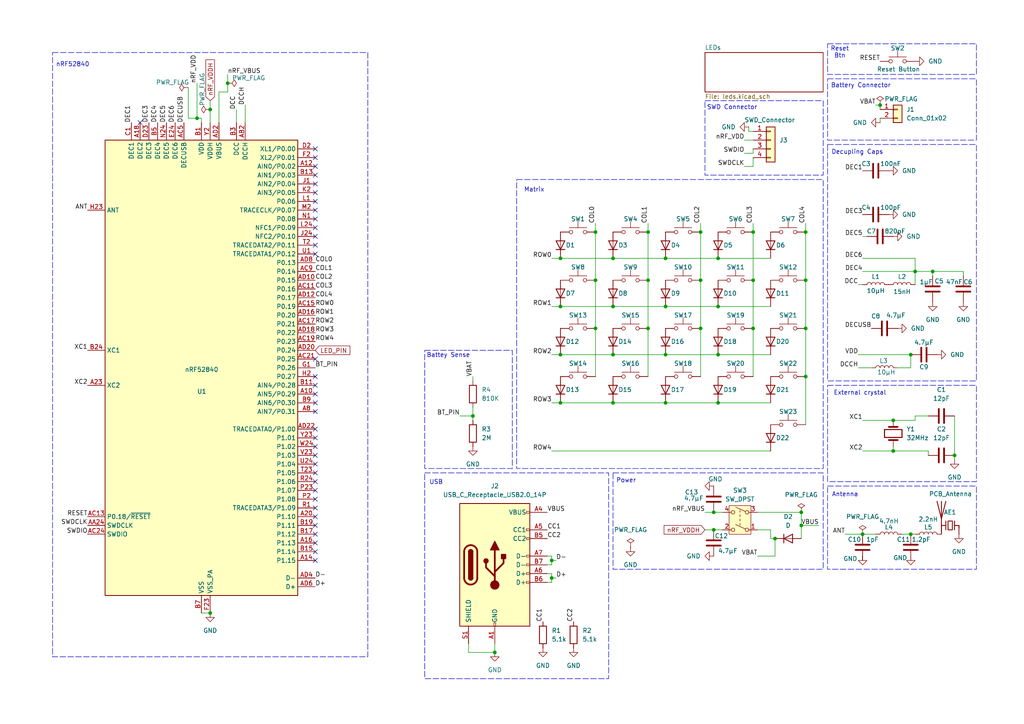
<source format=kicad_sch>
(kicad_sch (version 20231120) (generator "eeschema") (generator_version "8.0")
  (paper "A4")
  (lib_symbols
    (symbol "Connector:USB_C_Receptacle_USB2.0_14P" (pin_names (offset 1.016))
      (property "Reference" "J" (at 0 22.225 0))
      (property "Value" "USB_C_Receptacle_USB2.0_14P" (at 0 19.685 0))
      (symbol "USB_C_Receptacle_USB2.0_14P_1_1"
        (pin passive line (at 0 -22.86 90) (length 5.08) (name "GND") (number "A1"))
        (pin passive line (at 0 -22.86 90) (length 5.08) hide (name "GND") (number "A12"))
        (pin passive line (at 15.24 15.24 180) (length 5.08) (name "VBUS") (number "A4"))
        (pin bidirectional line (at 15.24 10.16 180) (length 5.08) (name "CC1") (number "A5"))
        (pin bidirectional line (at 15.24 -2.54 180) (length 5.08) (name "D+") (number "A6"))
        (pin bidirectional line (at 15.24 2.54 180) (length 5.08) (name "D-") (number "A7"))
        (pin passive line (at 15.24 15.24 180) (length 5.08) hide (name "VBUS") (number "A9"))
        (pin passive line (at 0 -22.86 90) (length 5.08) hide (name "GND") (number "B1"))
        (pin passive line (at 0 -22.86 90) (length 5.08) hide (name "GND") (number "B12"))
        (pin passive line (at 15.24 15.24 180) (length 5.08) hide (name "VBUS") (number "B4"))
        (pin bidirectional line (at 15.24 7.62 180) (length 5.08) (name "CC2") (number "B5"))
        (pin bidirectional line (at 15.24 -5.08 180) (length 5.08) (name "D+") (number "B6"))
        (pin bidirectional line (at 15.24 0 180) (length 5.08) (name "D-") (number "B7"))
        (pin passive line (at 15.24 15.24 180) (length 5.08) hide (name "VBUS") (number "B9"))
        (pin passive line (at -7.62 -22.86 90) (length 5.08) (name "SHIELD") (number "S1"))
      )
    )
    (symbol "Connector_Generic:Conn_01x02" (pin_names (offset 1.016) hide)
      (property "Reference" "J" (at 0 2.54 0))
      (property "Value" "Conn_01x02" (at 0 -5.08 0))
      (symbol "Conn_01x02_1_1"
        (pin passive line (at -5.08 0 0) (length 3.81) (name "Pin_1") (number "1"))
        (pin passive line (at -5.08 -2.54 0) (length 3.81) (name "Pin_2") (number "2"))
      )
    )
    (symbol "Connector_Generic:Conn_01x04" (pin_names (offset 1.016) hide)
      (property "Reference" "J" (at 0 5.08 0))
      (property "Value" "Conn_01x04" (at 0 -7.62 0))
      (symbol "Conn_01x04_1_1"
        (pin passive line (at -5.08 2.54 0) (length 3.81) (name "Pin_1") (number "1"))
        (pin passive line (at -5.08 0 0) (length 3.81) (name "Pin_2") (number "2"))
        (pin passive line (at -5.08 -2.54 0) (length 3.81) (name "Pin_3") (number "3"))
        (pin passive line (at -5.08 -5.08 0) (length 3.81) (name "Pin_4") (number "4"))
      )
    )
    (symbol "Device:Antenna_Chip" (pin_numbers hide) (pin_names (offset 1.016) hide)
      (property "Reference" "AE" (at 0 5.08 0))
      (property "Value" "Antenna_Chip" (at 0 3.175 0))
      (symbol "Antenna_Chip_1_1"
        (pin input line (at -2.54 -2.54 90) (length 2.54) (name "FEED") (number "1"))
        (pin passive line (at 2.54 -2.54 90) (length 2.54) (name "PCB_Trace") (number "2"))
      )
    )
    (symbol "Device:C" (pin_numbers hide) (pin_names (offset 0.254))
      (property "Reference" "C" (at 0.635 2.54 0))
      (property "Value" "C" (at 0.635 -2.54 0))
      (symbol "C_1_1"
        (pin passive line (at 0 3.81 270) (length 2.794) (name "~") (number "1"))
        (pin passive line (at 0 -3.81 90) (length 2.794) (name "~") (number "2"))
      )
    )
    (symbol "Device:Crystal" (pin_numbers hide) (pin_names (offset 1.016) hide)
      (property "Reference" "Y" (at 0 3.81 0))
      (property "Value" "Crystal" (at 0 -3.81 0))
      (symbol "Crystal_1_1"
        (pin passive line (at -3.81 0 0) (length 1.27) (name "1") (number "1"))
        (pin passive line (at 3.81 0 180) (length 1.27) (name "2") (number "2"))
      )
    )
    (symbol "Device:D" (pin_numbers hide) (pin_names (offset 1.016) hide)
      (property "Reference" "D" (at 0 2.54 0))
      (property "Value" "D" (at 0 -2.54 0))
      (symbol "D_1_1"
        (pin passive line (at -3.81 0 0) (length 2.54) (name "K") (number "1"))
        (pin passive line (at 3.81 0 180) (length 2.54) (name "A") (number "2"))
      )
    )
    (symbol "Device:L" (pin_numbers hide) (pin_names (offset 1.016) hide)
      (property "Reference" "L" (at -1.27 0 90))
      (property "Value" "L" (at 1.905 0 90))
      (symbol "L_1_1"
        (pin passive line (at 0 3.81 270) (length 1.27) (name "1") (number "1"))
        (pin passive line (at 0 -3.81 90) (length 1.27) (name "2") (number "2"))
      )
    )
    (symbol "Device:R" (pin_numbers hide) (pin_names (offset 0))
      (property "Reference" "R" (at 2.032 0 90))
      (property "Value" "R" (at 0 0 90))
      (symbol "R_1_1"
        (pin passive line (at 0 3.81 270) (length 1.27) (name "~") (number "1"))
        (pin passive line (at 0 -3.81 90) (length 1.27) (name "~") (number "2"))
      )
    )
    (symbol "MCU_Nordic:nRF52840"
      (property "Reference" "U" (at 0 5.08 0))
      (property "Value" "nRF52840" (at 0 2.54 0))
      (symbol "nRF52840_1_1"
        (pin bidirectional line (at 33.02 -7.62 180) (length 5.08) (name "AIN5/P0.29") (number "A10"))
        (pin bidirectional line (at 33.02 58.42 180) (length 5.08) (name "AIN0/P0.02") (number "A12"))
        (pin bidirectional line (at 33.02 -55.88 180) (length 5.08) (name "P1.15") (number "A14"))
        (pin bidirectional line (at 33.02 -50.8 180) (length 5.08) (name "P1.13") (number "A16"))
        (pin passive line (at -17.78 71.12 270) (length 5.08) (name "DEC2") (number "A18"))
        (pin bidirectional line (at 33.02 -43.18 180) (length 5.08) (name "P1.10") (number "A20"))
        (pin passive line (at 0 71.12 270) (length 5.08) hide (name "VDD") (number "A22"))
        (pin input line (at -33.02 -5.08 0) (length 5.08) (name "XC2") (number "A23"))
        (pin bidirectional line (at 33.02 -12.7 180) (length 5.08) (name "AIN7/P0.31") (number "A8"))
        (pin input line (at -33.02 -45.72 0) (length 5.08) (name "SWDCLK") (number "AA24"))
        (pin power_out line (at 12.7 71.12 270) (length 5.08) (name "DCCH") (number "AB2"))
        (pin bidirectional line (at 33.02 22.86 180) (length 5.08) (name "P0.16") (number "AC11"))
        (pin bidirectional line (at -33.02 -43.18 0) (length 5.08) (name "P0.18/~{RESET}") (number "AC13"))
        (pin bidirectional line (at 33.02 17.78 180) (length 5.08) (name "P0.19") (number "AC15"))
        (pin bidirectional line (at 33.02 12.7 180) (length 5.08) (name "P0.21") (number "AC17"))
        (pin bidirectional line (at 33.02 7.62 180) (length 5.08) (name "P0.23") (number "AC19"))
        (pin bidirectional line (at 33.02 2.54 180) (length 5.08) (name "P0.25") (number "AC21"))
        (pin bidirectional line (at -33.02 -48.26 0) (length 5.08) (name "SWDIO") (number "AC24"))
        (pin passive line (at -5.08 71.12 270) (length 5.08) (name "DECUSB") (number "AC5"))
        (pin bidirectional line (at 33.02 27.94 180) (length 5.08) (name "P0.14") (number "AC9"))
        (pin bidirectional line (at 33.02 25.4 180) (length 5.08) (name "P0.15") (number "AD10"))
        (pin bidirectional line (at 33.02 20.32 180) (length 5.08) (name "P0.17") (number "AD12"))
        (pin passive line (at 0 71.12 270) (length 5.08) hide (name "VDD") (number "AD14"))
        (pin bidirectional line (at 33.02 15.24 180) (length 5.08) (name "P0.20") (number "AD16"))
        (pin bidirectional line (at 33.02 10.16 180) (length 5.08) (name "P0.22") (number "AD18"))
        (pin power_in line (at 5.08 71.12 270) (length 5.08) (name "VBUS") (number "AD2"))
        (pin bidirectional line (at 33.02 5.08 180) (length 5.08) (name "P0.24") (number "AD20"))
        (pin bidirectional line (at 33.02 -17.78 180) (length 5.08) (name "TRACEDATA0/P1.00") (number "AD22"))
        (pin passive line (at 0 71.12 270) (length 5.08) hide (name "VDD") (number "AD23"))
        (pin bidirectional line (at 33.02 -60.96 180) (length 5.08) (name "D-") (number "AD4"))
        (pin bidirectional line (at 33.02 -63.5 180) (length 5.08) (name "D+") (number "AD6"))
        (pin bidirectional line (at 33.02 30.48 180) (length 5.08) (name "P0.13") (number "AD8"))
        (pin power_in line (at 0 71.12 270) (length 5.08) (name "VDD") (number "B1"))
        (pin bidirectional line (at 33.02 -5.08 180) (length 5.08) (name "AIN4/P0.28") (number "B11"))
        (pin bidirectional line (at 33.02 55.88 180) (length 5.08) (name "AIN1/P0.03") (number "B13"))
        (pin bidirectional line (at 33.02 -53.34 180) (length 5.08) (name "P1.14") (number "B15"))
        (pin bidirectional line (at 33.02 -48.26 180) (length 5.08) (name "P1.12") (number "B17"))
        (pin bidirectional line (at 33.02 -45.72 180) (length 5.08) (name "P1.11") (number "B19"))
        (pin input line (at -33.02 5.08 0) (length 5.08) (name "XC1") (number "B24"))
        (pin power_out line (at 10.16 71.12 270) (length 5.08) (name "DCC") (number "B3"))
        (pin passive line (at -12.7 71.12 270) (length 5.08) (name "DEC4") (number "B5"))
        (pin power_in line (at 0 -71.12 90) (length 5.08) (name "VSS") (number "B7"))
        (pin bidirectional line (at 33.02 -10.16 180) (length 5.08) (name "AIN6/P0.30") (number "B9"))
        (pin passive line (at -20.32 71.12 270) (length 5.08) (name "DEC1") (number "C1"))
        (pin bidirectional line (at 33.02 63.5 180) (length 5.08) (name "XL1/P0.00") (number "D2"))
        (pin passive line (at -15.24 71.12 270) (length 5.08) (name "DEC3") (number "D23"))
        (pin passive line (at -7.62 71.12 270) (length 5.08) (name "DEC6") (number "E24"))
        (pin passive line (at 0 -71.12 90) (length 5.08) hide (name "VSS") (number "EP"))
        (pin bidirectional line (at 33.02 60.96 180) (length 5.08) (name "XL2/P0.01") (number "F2"))
        (pin power_in line (at 2.54 -71.12 90) (length 5.08) (name "VSS_PA") (number "F23"))
        (pin bidirectional line (at 33.02 0 180) (length 5.08) (name "P0.26") (number "G1"))
        (pin bidirectional line (at 33.02 -2.54 180) (length 5.08) (name "P0.27") (number "H2"))
        (pin passive line (at -33.02 45.72 0) (length 5.08) (name "ANT") (number "H23"))
        (pin bidirectional line (at 33.02 53.34 180) (length 5.08) (name "AIN2/P0.04") (number "J1"))
        (pin bidirectional line (at 33.02 38.1 180) (length 5.08) (name "NFC2/P0.10") (number "J24"))
        (pin bidirectional line (at 33.02 50.8 180) (length 5.08) (name "AIN3/P0.05") (number "K2"))
        (pin bidirectional line (at 33.02 48.26 180) (length 5.08) (name "P0.06") (number "L1"))
        (pin bidirectional line (at 33.02 40.64 180) (length 5.08) (name "NFC1/P0.09") (number "L24"))
        (pin bidirectional line (at 33.02 45.72 180) (length 5.08) (name "TRACECLK/P0.07") (number "M2"))
        (pin bidirectional line (at 33.02 43.18 180) (length 5.08) (name "P0.08") (number "N1"))
        (pin passive line (at -10.16 71.12 270) (length 5.08) (name "DEC5") (number "N24"))
        (pin bidirectional line (at 33.02 -38.1 180) (length 5.08) (name "P1.08") (number "P2"))
        (pin bidirectional line (at 33.02 -35.56 180) (length 5.08) (name "P1.07") (number "P23"))
        (pin bidirectional line (at 33.02 -40.64 180) (length 5.08) (name "TRACEDATA3/P1.09") (number "R1"))
        (pin bidirectional line (at 33.02 -33.02 180) (length 5.08) (name "P1.06") (number "R24"))
        (pin bidirectional line (at 33.02 35.56 180) (length 5.08) (name "TRACEDATA2/P0.11") (number "T2"))
        (pin bidirectional line (at 33.02 -30.48 180) (length 5.08) (name "P1.05") (number "T23"))
        (pin bidirectional line (at 33.02 33.02 180) (length 5.08) (name "TRACEDATA1/P0.12") (number "U1"))
        (pin bidirectional line (at 33.02 -27.94 180) (length 5.08) (name "P1.04") (number "U24"))
        (pin bidirectional line (at 33.02 -25.4 180) (length 5.08) (name "P1.03") (number "V23"))
        (pin passive line (at 0 71.12 270) (length 5.08) hide (name "VDD") (number "W1"))
        (pin bidirectional line (at 33.02 -22.86 180) (length 5.08) (name "P1.02") (number "W24"))
        (pin power_in line (at 2.54 71.12 270) (length 5.08) (name "VDDH") (number "Y2"))
        (pin bidirectional line (at 33.02 -20.32 180) (length 5.08) (name "P1.01") (number "Y23"))
      )
    )
    (symbol "Switch:SW_DPST" (pin_names (offset 0) hide)
      (property "Reference" "SW" (at 0 6.35 0))
      (property "Value" "SW_DPST" (at 0 -5.08 0))
      (symbol "SW_DPST_1_1"
        (pin passive line (at -5.08 -2.54 0) (length 2.54) (name "1") (number "1"))
        (pin passive line (at 5.08 -2.54 180) (length 2.54) (name "2") (number "2"))
        (pin passive line (at -5.08 2.54 0) (length 2.54) (name "3") (number "3"))
        (pin passive line (at 5.08 2.54 180) (length 2.54) (name "4") (number "4"))
      )
    )
    (symbol "Switch:SW_Push" (pin_numbers hide) (pin_names (offset 1.016) hide)
      (property "Reference" "SW" (at 1.27 2.54 0))
      (property "Value" "SW_Push" (at 0 -1.524 0))
      (symbol "SW_Push_0_1"
        (pin passive line (at -5.08 0 0) (length 2.54) (name "1") (number "1"))
        (pin passive line (at 5.08 0 180) (length 2.54) (name "2") (number "2"))
      )
    )
    (symbol "power:GND" (power) (pin_numbers hide) (pin_names (offset 0) hide)
      (property "Value" "GND" (at 0 -3.81 0))
      (symbol "GND_1_1"
        (pin power_in line (at 0 0 270) (length 0) (name "~") (number "1"))
      )
    )
    (symbol "power:PWR_FLAG" (power) (pin_numbers hide) (pin_names (offset 0) hide)
      (property "Value" "PWR_FLAG" (at 0 3.81 0))
      (symbol "PWR_FLAG_0_0"
        (pin power_out line (at 0 0 90) (length 0) (name "~") (number "1"))
      )
    )
  )
  (junction (at 193.04 88.9))
  (junction (at 233.68 67.31))
  (junction (at 232.41 148.59))
  (junction (at 276.86 132.08))
  (junction (at 203.2 67.31))
  (junction (at 208.28 74.93))
  (junction (at 172.72 95.25))
  (junction (at 265.43 78.74))
  (junction (at 57.15 34.29))
  (junction (at 177.8 102.87))
  (junction (at 250.19 154.94))
  (junction (at 207.01 148.59))
  (junction (at 160.02 167.64))
  (junction (at 177.8 74.93))
  (junction (at 208.28 116.84))
  (junction (at 270.51 78.74))
  (junction (at 264.16 102.87))
  (junction (at 187.96 95.25))
  (junction (at 208.28 102.87))
  (junction (at 60.96 177.8))
  (junction (at 264.16 154.94))
  (junction (at 177.8 116.84))
  (junction (at 232.41 152.4))
  (junction (at 233.68 109.22))
  (junction (at 177.8 88.9))
  (junction (at 162.56 116.84))
  (junction (at 233.68 95.25))
  (junction (at 193.04 74.93))
  (junction (at 259.08 121.92))
  (junction (at 162.56 102.87))
  (junction (at 207.01 153.67))
  (junction (at 187.96 67.31))
  (junction (at 187.96 81.28))
  (junction (at 143.51 189.23))
  (junction (at 137.16 120.65))
  (junction (at 193.04 102.87))
  (junction (at 203.2 95.25))
  (junction (at 218.44 67.31))
  (junction (at 172.72 67.31))
  (junction (at 162.56 74.93))
  (junction (at 218.44 95.25))
  (junction (at 66.04 24.13))
  (junction (at 193.04 116.84))
  (junction (at 224.79 156.21))
  (junction (at 208.28 88.9))
  (junction (at 60.96 31.75))
  (junction (at 218.44 81.28))
  (junction (at 160.02 162.56))
  (junction (at 259.08 130.81))
  (junction (at 233.68 81.28))
  (junction (at 162.56 88.9))
  (junction (at 172.72 81.28))
  (junction (at 255.27 30.48))
  (junction (at 203.2 81.28))
  (no_connect (at 91.44 53.34))
  (no_connect (at 91.44 160.02))
  (no_connect (at 91.44 152.4))
  (no_connect (at 91.44 73.66))
  (no_connect (at 91.44 116.84))
  (no_connect (at 91.44 68.58))
  (no_connect (at 91.44 127))
  (no_connect (at 91.44 157.48))
  (no_connect (at 91.44 124.46))
  (no_connect (at 91.44 58.42))
  (no_connect (at 91.44 139.7))
  (no_connect (at 91.44 111.76))
  (no_connect (at 91.44 104.14))
  (no_connect (at 91.44 109.22))
  (no_connect (at 91.44 71.12))
  (no_connect (at 91.44 114.3))
  (no_connect (at 91.44 55.88))
  (no_connect (at 91.44 50.8))
  (no_connect (at 91.44 132.08))
  (no_connect (at 91.44 154.94))
  (no_connect (at 91.44 48.26))
  (no_connect (at 91.44 134.62))
  (no_connect (at 91.44 45.72))
  (no_connect (at 91.44 142.24))
  (no_connect (at 91.44 129.54))
  (no_connect (at 91.44 119.38))
  (no_connect (at 91.44 60.96))
  (no_connect (at 40.64 35.56))
  (no_connect (at 91.44 43.18))
  (no_connect (at 91.44 144.78))
  (no_connect (at 91.44 137.16))
  (no_connect (at 91.44 66.04))
  (no_connect (at 91.44 162.56))
  (no_connect (at 91.44 149.86))
  (no_connect (at 91.44 63.5))
  (no_connect (at 91.44 147.32))
  (wire (pts (xy 135.89 186.69) (xy 135.89 189.23)))
  (wire (pts (xy 237.49 152.4) (xy 232.41 152.4)))
  (wire (pts (xy 172.72 67.31) (xy 172.72 81.28)))
  (wire (pts (xy 172.72 81.28) (xy 172.72 95.25)))
  (wire (pts (xy 261.62 154.94) (xy 264.16 154.94)))
  (wire (pts (xy 248.92 102.87) (xy 264.16 102.87)))
  (wire (pts (xy 264.16 102.87) (xy 264.16 106.68)))
  (wire (pts (xy 218.44 44.45) (xy 218.44 43.18)))
  (wire (pts (xy 265.43 120.65) (xy 265.43 121.92)))
  (wire (pts (xy 224.79 161.29) (xy 224.79 156.21)))
  (wire (pts (xy 223.52 153.67) (xy 219.71 153.67)))
  (wire (pts (xy 143.51 186.69) (xy 143.51 189.23)))
  (wire (pts (xy 161.29 162.56) (xy 160.02 162.56)))
  (wire (pts (xy 203.2 67.31) (xy 203.2 81.28)))
  (wire (pts (xy 270.51 78.74) (xy 270.51 80.01)))
  (wire (pts (xy 204.47 148.59) (xy 207.01 148.59)))
  (wire (pts (xy 193.04 88.9) (xy 208.28 88.9)))
  (wire (pts (xy 233.68 67.31) (xy 233.68 81.28)))
  (wire (pts (xy 177.8 88.9) (xy 193.04 88.9)))
  (wire (pts (xy 218.44 95.25) (xy 218.44 109.22)))
  (wire (pts (xy 217.17 36.83) (xy 217.17 38.1)))
  (wire (pts (xy 203.2 64.77) (xy 203.2 67.31)))
  (wire (pts (xy 172.72 64.77) (xy 172.72 67.31)))
  (wire (pts (xy 158.75 161.29) (xy 160.02 161.29)))
  (wire (pts (xy 215.9 48.26) (xy 218.44 48.26)))
  (wire (pts (xy 233.68 64.77) (xy 233.68 67.31)))
  (wire (pts (xy 208.28 116.84) (xy 223.52 116.84)))
  (wire (pts (xy 162.56 74.93) (xy 177.8 74.93)))
  (wire (pts (xy 193.04 116.84) (xy 208.28 116.84)))
  (wire (pts (xy 58.42 177.8) (xy 60.96 177.8)))
  (wire (pts (xy 219.71 161.29) (xy 224.79 161.29)))
  (wire (pts (xy 160.02 162.56) (xy 160.02 163.83)))
  (wire (pts (xy 279.4 80.01) (xy 279.4 78.74)))
  (wire (pts (xy 218.44 48.26) (xy 218.44 45.72)))
  (wire (pts (xy 133.35 120.65) (xy 137.16 120.65)))
  (wire (pts (xy 207.01 153.67) (xy 209.55 153.67)))
  (wire (pts (xy 193.04 74.93) (xy 208.28 74.93)))
  (wire (pts (xy 248.92 106.68) (xy 252.73 106.68)))
  (wire (pts (xy 233.68 109.22) (xy 233.68 123.19)))
  (wire (pts (xy 265.43 78.74) (xy 265.43 74.93)))
  (wire (pts (xy 54.61 34.29) (xy 57.15 34.29)))
  (wire (pts (xy 265.43 78.74) (xy 265.43 82.55)))
  (wire (pts (xy 160.02 116.84) (xy 162.56 116.84)))
  (wire (pts (xy 251.46 68.58) (xy 250.19 68.58)))
  (wire (pts (xy 54.61 25.4) (xy 54.61 34.29)))
  (wire (pts (xy 137.16 109.22) (xy 137.16 110.49)))
  (wire (pts (xy 160.02 88.9) (xy 162.56 88.9)))
  (wire (pts (xy 233.68 81.28) (xy 233.68 95.25)))
  (wire (pts (xy 217.17 38.1) (xy 218.44 38.1)))
  (wire (pts (xy 250.19 130.81) (xy 259.08 130.81)))
  (wire (pts (xy 254 30.48) (xy 255.27 30.48)))
  (wire (pts (xy 208.28 102.87) (xy 223.52 102.87)))
  (wire (pts (xy 264.16 106.68) (xy 260.35 106.68)))
  (wire (pts (xy 265.43 78.74) (xy 270.51 78.74)))
  (wire (pts (xy 158.75 168.91) (xy 160.02 168.91)))
  (wire (pts (xy 71.12 30.48) (xy 71.12 35.56)))
  (wire (pts (xy 187.96 81.28) (xy 187.96 95.25)))
  (wire (pts (xy 187.96 64.77) (xy 187.96 67.31)))
  (wire (pts (xy 232.41 152.4) (xy 232.41 156.21)))
  (wire (pts (xy 218.44 67.31) (xy 218.44 81.28)))
  (wire (pts (xy 204.47 153.67) (xy 207.01 153.67)))
  (wire (pts (xy 135.89 189.23) (xy 143.51 189.23)))
  (wire (pts (xy 215.9 40.64) (xy 218.44 40.64)))
  (wire (pts (xy 137.16 120.65) (xy 137.16 121.92)))
  (wire (pts (xy 57.15 24.13) (xy 57.15 34.29)))
  (wire (pts (xy 137.16 118.11) (xy 137.16 120.65)))
  (wire (pts (xy 66.04 24.13) (xy 66.04 26.67)))
  (wire (pts (xy 66.04 26.67) (xy 63.5 26.67)))
  (wire (pts (xy 203.2 95.25) (xy 203.2 109.22)))
  (wire (pts (xy 265.43 121.92) (xy 259.08 121.92)))
  (wire (pts (xy 160.02 166.37) (xy 160.02 167.64)))
  (wire (pts (xy 172.72 95.25) (xy 172.72 109.22)))
  (wire (pts (xy 160.02 74.93) (xy 162.56 74.93)))
  (wire (pts (xy 223.52 156.21) (xy 224.79 156.21)))
  (wire (pts (xy 203.2 81.28) (xy 203.2 95.25)))
  (wire (pts (xy 60.96 29.21) (xy 60.96 31.75)))
  (wire (pts (xy 264.16 154.94) (xy 265.43 154.94)))
  (wire (pts (xy 60.96 31.75) (xy 60.96 35.56)))
  (wire (pts (xy 255.27 30.48) (xy 255.27 31.75)))
  (wire (pts (xy 187.96 95.25) (xy 187.96 109.22)))
  (wire (pts (xy 187.96 67.31) (xy 187.96 81.28)))
  (wire (pts (xy 208.28 88.9) (xy 223.52 88.9)))
  (wire (pts (xy 162.56 88.9) (xy 177.8 88.9)))
  (wire (pts (xy 223.52 156.21) (xy 223.52 153.67)))
  (wire (pts (xy 269.24 130.81) (xy 269.24 132.08)))
  (wire (pts (xy 177.8 74.93) (xy 193.04 74.93)))
  (wire (pts (xy 250.19 78.74) (xy 265.43 78.74)))
  (wire (pts (xy 232.41 148.59) (xy 219.71 148.59)))
  (wire (pts (xy 250.19 121.92) (xy 259.08 121.92)))
  (wire (pts (xy 160.02 167.64) (xy 161.29 167.64)))
  (wire (pts (xy 276.86 132.08) (xy 276.86 133.35)))
  (wire (pts (xy 248.92 82.55) (xy 250.19 82.55)))
  (wire (pts (xy 264.16 162.56) (xy 264.16 161.29)))
  (wire (pts (xy 160.02 163.83) (xy 158.75 163.83)))
  (wire (pts (xy 160.02 167.64) (xy 160.02 168.91)))
  (wire (pts (xy 177.8 116.84) (xy 193.04 116.84)))
  (wire (pts (xy 255.27 35.56) (xy 255.27 34.29)))
  (wire (pts (xy 162.56 102.87) (xy 177.8 102.87)))
  (wire (pts (xy 265.43 74.93) (xy 250.19 74.93)))
  (wire (pts (xy 276.86 120.65) (xy 276.86 132.08)))
  (wire (pts (xy 207.01 148.59) (xy 209.55 148.59)))
  (wire (pts (xy 162.56 116.84) (xy 177.8 116.84)))
  (wire (pts (xy 160.02 130.81) (xy 223.52 130.81)))
  (wire (pts (xy 63.5 26.67) (xy 63.5 35.56)))
  (wire (pts (xy 57.15 34.29) (xy 58.42 34.29)))
  (wire (pts (xy 193.04 102.87) (xy 208.28 102.87)))
  (wire (pts (xy 58.42 34.29) (xy 58.42 35.56)))
  (wire (pts (xy 245.11 154.94) (xy 250.19 154.94)))
  (wire (pts (xy 233.68 95.25) (xy 233.68 109.22)))
  (wire (pts (xy 250.19 162.56) (xy 250.19 161.29)))
  (wire (pts (xy 160.02 161.29) (xy 160.02 162.56)))
  (wire (pts (xy 68.58 31.75) (xy 68.58 35.56)))
  (wire (pts (xy 66.04 21.59) (xy 66.04 24.13)))
  (wire (pts (xy 259.08 130.81) (xy 269.24 130.81)))
  (wire (pts (xy 218.44 64.77) (xy 218.44 67.31)))
  (wire (pts (xy 208.28 74.93) (xy 223.52 74.93)))
  (wire (pts (xy 265.43 120.65) (xy 269.24 120.65)))
  (wire (pts (xy 218.44 81.28) (xy 218.44 95.25)))
  (wire (pts (xy 215.9 44.45) (xy 218.44 44.45)))
  (wire (pts (xy 254 154.94) (xy 250.19 154.94)))
  (wire (pts (xy 158.75 166.37) (xy 160.02 166.37)))
  (wire (pts (xy 177.8 102.87) (xy 193.04 102.87)))
  (wire (pts (xy 270.51 78.74) (xy 279.4 78.74)))
  (wire (pts (xy 232.41 148.59) (xy 232.41 152.4)))
  (wire (pts (xy 160.02 102.87) (xy 162.56 102.87)))
  (wire (pts (xy 259.08 129.54) (xy 259.08 130.81)))
  (rectangle (start 177.8 137.16) (end 238.76 165.1) (stroke (width 0) (type dash)))
  (rectangle (start 240.03 111.76) (end 283.21 139.7) (stroke (width 0) (type dash)))
  (rectangle (start 240.03 41.91) (end 283.21 110.49) (stroke (width 0) (type dash)))
  (rectangle (start 240.03 12.7) (end 283.21 21.59) (stroke (width 0) (type dash)))
  (rectangle (start 123.19 101.6) (end 148.59 135.89) (stroke (width 0) (type dash)))
  (rectangle (start 15.24 15.24) (end 106.68 190.5) (stroke (width 0) (type dash)))
  (rectangle (start 240.03 140.97) (end 283.21 165.1) (stroke (width 0) (type dash)))
  (rectangle (start 123.19 137.16) (end 176.53 196.85) (stroke (width 0) (type dash)))
  (rectangle (start 149.86 52.07) (end 238.76 135.89) (stroke (width 0) (type dash)))
  (rectangle (start 240.03 22.86) (end 283.21 40.64) (stroke (width 0) (type dash)))
  (rectangle (start 204.47 29.21) (end 238.76 50.8) (stroke (width 0) (type dash)))
  (text "Antenna\n\n" (at 245.11 144.526 0) (effects (font (size 1.27 1.27))))
  (text "Battery Connector\n" (at 249.682 24.892 0) (effects (font (size 1.27 1.27))))
  (text "Battey Sense\n" (at 130.048 103.124 0) (effects (font (size 1.27 1.27))))
  (text "Reset\nBtn" (at 243.586 15.24 0) (effects (font (size 1.27 1.27))))
  (text "Matrix\n" (at 154.94 55.118 0) (effects (font (size 1.27 1.27))))
  (text "USB\n" (at 126.492 139.954 0) (effects (font (size 1.27 1.27))))
  (text "Decupling Caps" (at 248.666 44.196 0) (effects (font (size 1.27 1.27))))
  (text "SWD Connector\n" (at 212.344 31.242 0) (effects (font (size 1.27 1.27))))
  (text "Power\n" (at 181.61 139.446 0) (effects (font (size 1.27 1.27))))
  (text "nRF52840\n" (at 21.082 18.796 0) (effects (font (size 1.27 1.27))))
  (text "External crystal\n" (at 249.428 114.046 0) (effects (font (size 1.27 1.27))))
  (label "COL1" (at 187.96 64.77 90))
  (label "DEC4" (at 250.19 78.74 180))
  (label "COL3" (at 91.44 83.82 0))
  (label "VDD" (at 248.92 102.87 180))
  (label "D-" (at 161.29 162.56 0))
  (label "DCCH" (at 71.12 30.48 90))
  (label "D-" (at 91.44 167.64 0))
  (label "DEC5" (at 250.19 68.58 180))
  (label "ANT" (at 245.11 154.94 180))
  (label "nRF_VBUS" (at 204.47 148.59 180))
  (label "COL2" (at 91.44 81.28 0))
  (label "DEC3" (at 250.19 62.23 180))
  (label "ROW4" (at 160.02 130.81 180))
  (label "COL4" (at 91.44 86.36 0))
  (label "DCC" (at 248.92 82.55 180))
  (label "nRF_VDD" (at 215.9 40.64 180))
  (label "DEC4" (at 45.72 35.56 90))
  (label "ROW0" (at 160.02 74.93 180))
  (label "DECUSB" (at 252.73 95.25 180))
  (label "COL2" (at 203.2 64.77 90))
  (label "ROW2" (at 160.02 102.87 180))
  (label "ROW3" (at 91.44 96.52 0))
  (label "SWDCLK" (at 25.4 152.4 180))
  (label "DCCH" (at 248.92 106.68 180))
  (label "BT_PIN" (at 133.35 120.65 180))
  (label "CC2" (at 158.75 156.21 0))
  (label "VBUS" (at 237.49 152.4 180))
  (label "ROW4" (at 91.44 99.06 0))
  (label "nRF_VBUS" (at 66.04 21.59 0))
  (label "ROW0" (at 91.44 88.9 0))
  (label "COL1" (at 91.44 78.74 0))
  (label "CC1" (at 158.75 153.67 0))
  (label "COL0" (at 172.72 64.77 90))
  (label "SWDIO" (at 25.4 154.94 180))
  (label "DECUSB" (at 53.34 35.56 90))
  (label "DEC5" (at 48.26 35.56 90))
  (label "DEC6" (at 250.19 74.93 180))
  (label "DEC1" (at 250.19 49.53 180))
  (label "XC1" (at 25.4 101.6 180))
  (label "CC2" (at 166.37 180.34 90))
  (label "nRF_VDD" (at 57.15 24.13 90))
  (label "DEC6" (at 50.8 35.56 90))
  (label "ROW1" (at 160.02 88.9 180))
  (label "ROW1" (at 91.44 91.44 0))
  (label "ROW2" (at 91.44 93.98 0))
  (label "VBAT" (at 254 30.48 180))
  (label "VBAT" (at 137.16 109.22 90))
  (label "COL4" (at 233.68 64.77 90))
  (label "VBUS" (at 158.75 148.59 0))
  (label "CC1" (at 157.48 180.34 90))
  (label "RESET" (at 25.4 149.86 180))
  (label "ROW3" (at 160.02 116.84 180))
  (label "VBAT" (at 219.71 161.29 180))
  (label "XC2" (at 25.4 111.76 180))
  (label "ANT" (at 25.4 60.96 180))
  (label "D+" (at 161.29 167.64 0))
  (label "DEC1" (at 38.1 35.56 90))
  (label "COL3" (at 218.44 64.77 90))
  (label "SWDCLK" (at 215.9 48.26 180))
  (label "XC1" (at 250.19 121.92 180))
  (label "COL0" (at 91.44 76.2 0))
  (label "BT_PIN" (at 91.44 106.68 0))
  (label "DCC" (at 68.58 31.75 90))
  (label "XC2" (at 250.19 130.81 180))
  (label "SWDIO" (at 215.9 44.45 180))
  (label "RESET" (at 255.27 17.78 180))
  (label "D+" (at 91.44 170.18 0))
  (label "DEC3" (at 43.18 35.56 90))
  (global_label "LED_PIN" (shape input) (at 91.44 101.6 0) (property "Intersheetrefs" "${INTERSHEET_REFS}" (effects (hide yes))))
  (global_label "nRF_VDDH" (shape input) (at 204.47 153.67 180) (property "Intersheetrefs" "${INTERSHEET_REFS}" (effects (hide yes))))
  (global_label "nRF_VDDH" (shape input) (at 60.96 29.21 90) (property "Intersheetrefs" "${INTERSHEET_REFS}" (effects (hide yes))))
  (symbol (lib_id "Device:C") (at 255.27 68.58 90) (unit 1)
    (property "Reference" "C7" (at 252.73 67.056 90))
    (property "Value" "820pF" (at 259.588 67.056 90))
    (property "Description" "Unpolarized capacitor" (effects (hide yes)))
  )
  (symbol (lib_id "power:PWR_FLAG") (at 182.88 158.75 0) (unit 1)
    (property "Reference" "#FLG02" (effects (hide yes)))
    (property "Value" "PWR_FLAG" (at 182.88 153.67 0))
    (property "Description" "Special symbol for telling ERC where power comes from" (effects (hide yes)))
  )
  (symbol (lib_id "power:GND") (at 260.35 95.25 90) (unit 1)
    (property "Reference" "#PWR012" (effects (hide yes)))
    (property "Value" "GND" (at 264.16 95.2499 90) (effects (justify right)))
    (property "Description" "Power symbol creates a global label with name \"GND\" , ground" (effects (hide yes)))
  )
  (symbol (lib_id "Device:D") (at 193.04 71.12 90) (unit 1)
    (property "Reference" "D4" (at 194.564 71.12 90) (effects (justify right)))
    (property "Value" "1N5819" (effects (hide yes)))
    (property "Description" "Diode" (effects (hide yes)))
    (property "Sim.Device" "D" (effects (hide yes)))
    (property "Sim.Pins" "1=K 2=A" (effects (hide yes)))
  )
  (symbol (lib_id "Switch:SW_Push") (at 182.88 109.22 0) (unit 1)
    (property "Reference" "SW16" (at 182.88 105.41 0))
    (property "Value" "SW_Push" (effects (hide yes)))
    (property "Description" "Push button switch, generic, two pins" (effects (hide yes)))
  )
  (symbol (lib_id "Device:D") (at 208.28 71.12 90) (unit 1)
    (property "Reference" "D5" (at 209.804 71.12 90) (effects (justify right)))
    (property "Value" "1N5819" (effects (hide yes)))
    (property "Description" "Diode" (effects (hide yes)))
    (property "Sim.Device" "D" (effects (hide yes)))
    (property "Sim.Pins" "1=K 2=A" (effects (hide yes)))
  )
  (symbol (lib_id "Switch:SW_Push") (at 260.35 17.78 0) (unit 1)
    (property "Reference" "SW2" (at 260.35 13.97 0))
    (property "Value" "Reset Button" (at 260.604 20.066 0))
    (property "Description" "Push button switch, generic, two pins" (effects (hide yes)))
  )
  (symbol (lib_id "Device:D") (at 193.04 99.06 90) (unit 1)
    (property "Reference" "D16" (at 194.564 99.06 90) (effects (justify right)))
    (property "Value" "1N5819" (effects (hide yes)))
    (property "Description" "Diode" (effects (hide yes)))
    (property "Sim.Device" "D" (effects (hide yes)))
    (property "Sim.Pins" "1=K 2=A" (effects (hide yes)))
  )
  (symbol (lib_id "Device:C") (at 207.01 144.78 0) (unit 1)
    (property "Reference" "C13" (at 198.628 142.748 0) (effects (justify left)))
    (property "Value" "4.7μF" (at 198.374 144.526 0) (effects (justify left)))
    (property "Description" "Unpolarized capacitor" (effects (hide yes)))
  )
  (symbol (lib_id "Switch:SW_Push") (at 198.12 67.31 0) (unit 1)
    (property "Reference" "SW5" (at 198.12 63.5 0))
    (property "Value" "SW_Push" (effects (hide yes)))
    (property "Description" "Push button switch, generic, two pins" (effects (hide yes)))
  )
  (symbol (lib_id "power:PWR_FLAG") (at 250.19 154.94 0) (unit 1)
    (property "Reference" "#FLG01" (effects (hide yes)))
    (property "Value" "PWR_FLAG" (at 250.19 149.86 0))
    (property "Description" "Special symbol for telling ERC where power comes from" (effects (hide yes)))
  )
  (symbol (lib_id "power:PWR_FLAG") (at 232.41 148.59 0) (unit 1)
    (property "Reference" "#FLG04" (effects (hide yes)))
    (property "Value" "PWR_FLAG" (at 232.41 143.51 0))
    (property "Description" "Special symbol for telling ERC where power comes from" (effects (hide yes)))
  )
  (symbol (lib_id "Device:D") (at 193.04 85.09 90) (unit 1)
    (property "Reference" "D9" (at 194.564 85.09 90) (effects (justify right)))
    (property "Value" "1N5819" (effects (hide yes)))
    (property "Description" "Diode" (effects (hide yes)))
    (property "Sim.Device" "D" (effects (hide yes)))
    (property "Sim.Pins" "1=K 2=A" (effects (hide yes)))
  )
  (symbol (lib_id "Device:D") (at 208.28 113.03 90) (unit 1)
    (property "Reference" "D19" (at 209.804 113.03 90) (effects (justify right)))
    (property "Value" "1N5819" (effects (hide yes)))
    (property "Description" "Diode" (effects (hide yes)))
    (property "Sim.Device" "D" (effects (hide yes)))
    (property "Sim.Pins" "1=K 2=A" (effects (hide yes)))
  )
  (symbol (lib_id "power:GND") (at 207.01 140.97 270) (unit 1)
    (property "Reference" "#PWR027" (effects (hide yes)))
    (property "Value" "GND" (at 209.55 138.938 90) (effects (justify right)))
    (property "Description" "Power symbol creates a global label with name \"GND\" , ground" (effects (hide yes)))
  )
  (symbol (lib_id "Device:L") (at 256.54 106.68 90) (unit 1)
    (property "Reference" "L3" (at 256.286 104.648 90))
    (property "Value" "10μH" (at 257.048 107.95 90))
    (property "Description" "Inductor" (effects (hide yes)))
  )
  (symbol (lib_id "Device:L") (at 269.24 154.94 90) (unit 1)
    (property "Reference" "L5" (at 269.24 152.908 90))
    (property "Value" "2.2nH" (at 269.24 150.622 90))
    (property "Description" "Inductor" (effects (hide yes)))
  )
  (symbol (lib_id "Device:Crystal") (at 259.08 125.73 270) (unit 1)
    (property "Reference" "Y1" (at 262.89 124.4599 90) (effects (justify left)))
    (property "Value" "32MHz" (at 262.89 126.9999 90) (effects (justify left)))
    (property "Description" "Two pin crystal" (effects (hide yes)))
  )
  (symbol (lib_id "Device:D") (at 208.28 85.09 90) (unit 1)
    (property "Reference" "D10" (at 209.804 85.09 90) (effects (justify right)))
    (property "Value" "1N5819" (effects (hide yes)))
    (property "Description" "Diode" (effects (hide yes)))
    (property "Sim.Device" "D" (effects (hide yes)))
    (property "Sim.Pins" "1=K 2=A" (effects (hide yes)))
  )
  (symbol (lib_id "Device:D") (at 208.28 99.06 90) (unit 1)
    (property "Reference" "D18" (at 209.804 99.06 90) (effects (justify right)))
    (property "Value" "1N5819" (effects (hide yes)))
    (property "Description" "Diode" (effects (hide yes)))
    (property "Sim.Device" "D" (effects (hide yes)))
    (property "Sim.Pins" "1=K 2=A" (effects (hide yes)))
  )
  (symbol (lib_id "Switch:SW_Push") (at 167.64 81.28 0) (unit 1)
    (property "Reference" "SW8" (at 167.64 77.47 0))
    (property "Value" "SW_Push" (effects (hide yes)))
    (property "Description" "Push button switch, generic, two pins" (effects (hide yes)))
  )
  (symbol (lib_id "power:GND") (at 182.88 158.75 0) (unit 1)
    (property "Reference" "#PWR019" (effects (hide yes)))
    (property "Value" "GND" (at 182.88 163.83 0))
    (property "Description" "Power symbol creates a global label with name \"GND\" , ground" (effects (hide yes)))
  )
  (symbol (lib_id "Device:L") (at 254 82.55 90) (unit 1)
    (property "Reference" "L1" (at 254 80.264 90))
    (property "Value" "10μH" (at 254 84.328 90))
    (property "Description" "Inductor" (effects (hide yes)))
  )
  (symbol (lib_id "Device:C") (at 279.4 83.82 0) (unit 1)
    (property "Reference" "C6" (at 279.4 81.788 0) (effects (justify left)))
    (property "Value" "47nF" (at 274.32 81.788 0) (effects (justify left)))
    (property "Description" "Unpolarized capacitor" (effects (hide yes)))
  )
  (symbol (lib_id "Switch:SW_Push") (at 213.36 109.22 0) (unit 1)
    (property "Reference" "SW20" (at 213.36 105.41 0))
    (property "Value" "SW_Push" (effects (hide yes)))
    (property "Description" "Push button switch, generic, two pins" (effects (hide yes)))
  )
  (symbol (lib_id "Device:D") (at 228.6 156.21 0) (unit 1)
    (property "Reference" "D2" (at 228.6 149.86 0))
    (property "Value" "D" (at 228.6 152.4 0))
    (property "Description" "Diode" (effects (hide yes)))
    (property "Sim.Device" "D" (effects (hide yes)))
    (property "Sim.Pins" "1=K 2=A" (effects (hide yes)))
  )
  (symbol (lib_id "Switch:SW_Push") (at 198.12 95.25 0) (unit 1)
    (property "Reference" "SW17" (at 198.12 91.44 0))
    (property "Value" "SW_Push" (effects (hide yes)))
    (property "Description" "Push button switch, generic, two pins" (effects (hide yes)))
  )
  (symbol (lib_id "Switch:SW_Push") (at 213.36 95.25 0) (unit 1)
    (property "Reference" "SW19" (at 213.36 91.44 0))
    (property "Value" "SW_Push" (effects (hide yes)))
    (property "Description" "Push button switch, generic, two pins" (effects (hide yes)))
  )
  (symbol (lib_id "Switch:SW_Push") (at 228.6 95.25 0) (unit 1)
    (property "Reference" "SW21" (at 228.6 91.44 0))
    (property "Value" "SW_Push" (effects (hide yes)))
    (property "Description" "Push button switch, generic, two pins" (effects (hide yes)))
  )
  (symbol (lib_id "Device:C") (at 273.05 132.08 90) (unit 1)
    (property "Reference" "C2" (at 273.05 124.46 90))
    (property "Value" "12pF" (at 273.05 127 90))
    (property "Description" "Unpolarized capacitor" (effects (hide yes)))
  )
  (symbol (lib_id "Switch:SW_Push") (at 198.12 109.22 0) (unit 1)
    (property "Reference" "SW18" (at 198.12 105.41 0))
    (property "Value" "SW_Push" (effects (hide yes)))
    (property "Description" "Push button switch, generic, two pins" (effects (hide yes)))
  )
  (symbol (lib_id "Switch:SW_Push") (at 182.88 81.28 0) (unit 1)
    (property "Reference" "SW9" (at 182.88 77.47 0))
    (property "Value" "SW_Push" (effects (hide yes)))
    (property "Description" "Push button switch, generic, two pins" (effects (hide yes)))
  )
  (symbol (lib_id "Device:D") (at 162.56 85.09 90) (unit 1)
    (property "Reference" "D7" (at 164.084 85.09 90) (effects (justify right)))
    (property "Value" "1N5819" (effects (hide yes)))
    (property "Description" "Diode" (effects (hide yes)))
    (property "Sim.Device" "D" (effects (hide yes)))
    (property "Sim.Pins" "1=K 2=A" (effects (hide yes)))
  )
  (symbol (lib_id "Device:D") (at 177.8 99.06 90) (unit 1)
    (property "Reference" "D14" (at 179.324 99.06 90) (effects (justify right)))
    (property "Value" "1N5819" (effects (hide yes)))
    (property "Description" "Diode" (effects (hide yes)))
    (property "Sim.Device" "D" (effects (hide yes)))
    (property "Sim.Pins" "1=K 2=A" (effects (hide yes)))
  )
  (symbol (lib_id "power:GND") (at 271.78 102.87 90) (unit 1)
    (property "Reference" "#PWR013" (effects (hide yes)))
    (property "Value" "GND" (at 275.59 102.8699 90) (effects (justify right)))
    (property "Description" "Power symbol creates a global label with name \"GND\" , ground" (effects (hide yes)))
  )
  (symbol (lib_id "Device:R") (at 166.37 184.15 0) (unit 1)
    (property "Reference" "R2" (at 168.91 182.8799 0) (effects (justify left)))
    (property "Value" "5.1k" (at 168.91 185.4199 0) (effects (justify left)))
    (property "Description" "Resistor" (effects (hide yes)))
  )
  (symbol (lib_id "Switch:SW_Push") (at 182.88 95.25 0) (unit 1)
    (property "Reference" "SW15" (at 182.88 91.44 0))
    (property "Value" "SW_Push" (effects (hide yes)))
    (property "Description" "Push button switch, generic, two pins" (effects (hide yes)))
  )
  (symbol (lib_id "Device:D") (at 223.52 71.12 90) (unit 1)
    (property "Reference" "D6" (at 225.044 71.12 90) (effects (justify right)))
    (property "Value" "1N5819" (effects (hide yes)))
    (property "Description" "Diode" (effects (hide yes)))
    (property "Sim.Device" "D" (effects (hide yes)))
    (property "Sim.Pins" "1=K 2=A" (effects (hide yes)))
  )
  (symbol (lib_id "power:GND") (at 255.27 35.56 270) (unit 1)
    (property "Reference" "#PWR016" (effects (hide yes)))
    (property "Value" "GND" (at 251.46 35.5599 90) (effects (justify right)))
    (property "Description" "Power symbol creates a global label with name \"GND\" , ground" (effects (hide yes)))
  )
  (symbol (lib_id "power:GND") (at 60.96 177.8 0) (unit 1)
    (property "Reference" "#PWR03" (effects (hide yes)))
    (property "Value" "GND" (at 60.96 182.88 0))
    (property "Description" "Power symbol creates a global label with name \"GND\" , ground" (effects (hide yes)))
  )
  (symbol (lib_id "Device:D") (at 177.8 71.12 90) (unit 1)
    (property "Reference" "D3" (at 179.324 71.12 90) (effects (justify right)))
    (property "Value" "1N5819" (effects (hide yes)))
    (property "Description" "Diode" (effects (hide yes)))
    (property "Sim.Device" "D" (effects (hide yes)))
    (property "Sim.Pins" "1=K 2=A" (effects (hide yes)))
  )
  (symbol (lib_id "Device:R") (at 137.16 125.73 0) (unit 1)
    (property "Reference" "R3" (at 139.7 124.4599 0) (effects (justify left)))
    (property "Value" "2M" (at 139.7 126.9999 0) (effects (justify left)))
    (property "Description" "Resistor" (effects (hide yes)))
  )
  (symbol (lib_id "power:GND") (at 143.51 189.23 0) (unit 1)
    (property "Reference" "#PWR02" (effects (hide yes)))
    (property "Value" "GND" (at 143.51 194.31 0))
    (property "Description" "Power symbol creates a global label with name \"GND\" , ground" (effects (hide yes)))
  )
  (symbol (lib_id "Device:C") (at 267.97 102.87 90) (unit 1)
    (property "Reference" "C9" (at 267.97 106.426 90))
    (property "Value" "4.7μF" (at 267.97 99.314 90))
    (property "Description" "Unpolarized capacitor" (effects (hide yes)))
  )
  (symbol (lib_id "Device:L") (at 257.81 154.94 90) (unit 1)
    (property "Reference" "L4" (at 257.81 152.908 90))
    (property "Value" "4.7nH" (at 257.81 151.13 90))
    (property "Description" "Inductor" (effects (hide yes)))
  )
  (symbol (lib_id "power:GND") (at 207.01 161.29 270) (unit 1)
    (property "Reference" "#PWR026" (effects (hide yes)))
    (property "Value" "GND" (at 203.2 161.2899 90) (effects (justify right)))
    (property "Description" "Power symbol creates a global label with name \"GND\" , ground" (effects (hide yes)))
  )
  (symbol (lib_id "Device:C") (at 273.05 120.65 90) (unit 1)
    (property "Reference" "C1" (at 273.05 113.03 90))
    (property "Value" "12pF" (at 273.05 115.57 90))
    (property "Description" "Unpolarized capacitor" (effects (hide yes)))
  )
  (symbol (lib_id "Device:D") (at 223.52 127 90) (unit 1)
    (property "Reference" "D22" (at 225.044 127 90) (effects (justify right)))
    (property "Value" "1N5819" (effects (hide yes)))
    (property "Description" "Diode" (effects (hide yes)))
    (property "Sim.Device" "D" (effects (hide yes)))
    (property "Sim.Pins" "1=K 2=A" (effects (hide yes)))
  )
  (symbol (lib_id "Switch:SW_Push") (at 213.36 81.28 0) (unit 1)
    (property "Reference" "SW11" (at 213.36 77.47 0))
    (property "Value" "SW_Push" (effects (hide yes)))
    (property "Description" "Push button switch, generic, two pins" (effects (hide yes)))
  )
  (symbol (lib_id "Switch:SW_Push") (at 228.6 67.31 0) (unit 1)
    (property "Reference" "SW7" (at 228.6 63.5 0))
    (property "Value" "SW_Push" (effects (hide yes)))
    (property "Description" "Push button switch, generic, two pins" (effects (hide yes)))
  )
  (symbol (lib_id "Switch:SW_Push") (at 213.36 67.31 0) (unit 1)
    (property "Reference" "SW6" (at 213.36 63.5 0))
    (property "Value" "SW_Push" (effects (hide yes)))
    (property "Description" "Push button switch, generic, two pins" (effects (hide yes)))
  )
  (symbol (lib_id "Device:D") (at 177.8 85.09 90) (unit 1)
    (property "Reference" "D8" (at 179.324 85.09 90) (effects (justify right)))
    (property "Value" "1N5819" (effects (hide yes)))
    (property "Description" "Diode" (effects (hide yes)))
    (property "Sim.Device" "D" (effects (hide yes)))
    (property "Sim.Pins" "1=K 2=A" (effects (hide yes)))
  )
  (symbol (lib_id "Device:D") (at 177.8 113.03 90) (unit 1)
    (property "Reference" "D15" (at 179.324 113.03 90) (effects (justify right)))
    (property "Value" "1N5819" (effects (hide yes)))
    (property "Description" "Diode" (effects (hide yes)))
    (property "Sim.Device" "D" (effects (hide yes)))
    (property "Sim.Pins" "1=K 2=A" (effects (hide yes)))
  )
  (symbol (lib_id "Device:Antenna_Chip") (at 275.59 152.4 0) (mirror y) (unit 1)
    (property "Reference" "AE1" (at 277.368 148.59 0) (effects (justify left)))
    (property "Value" "PCB_Antenna" (at 281.94 143.256 0) (effects (justify left)))
    (property "Footprint" "pcb_ant:pcb_antenna" (effects (hide yes)))
    (property "Description" "Ceramic chip antenna with pin for PCB trace" (effects (hide yes)))
  )
  (symbol (lib_id "Connector:USB_C_Receptacle_USB2.0_14P") (at 143.51 163.83 0) (unit 1)
    (property "Reference" "J2" (at 143.51 140.97 0))
    (property "Value" "USB_C_Receptacle_USB2.0_14P" (at 143.51 143.51 0))
    (property "Datasheet" "https://www.usb.org/sites/default/files/documents/usb_type-c.zip" (effects (hide yes)))
    (property "Description" "USB 2.0-only 14P Type-C Receptacle connector" (effects (hide yes)))
  )
  (symbol (lib_id "Switch:SW_Push") (at 182.88 67.31 0) (unit 1)
    (property "Reference" "SW4" (at 182.88 63.5 0))
    (property "Value" "SW_Push" (effects (hide yes)))
    (property "Description" "Push button switch, generic, two pins" (effects (hide yes)))
  )
  (symbol (lib_id "power:PWR_FLAG") (at 255.27 30.48 0) (unit 1)
    (property "Reference" "#FLG03" (effects (hide yes)))
    (property "Value" "PWR_FLAG" (at 261.366 28.702 0))
    (property "Description" "Special symbol for telling ERC where power comes from" (effects (hide yes)))
  )
  (symbol (lib_id "Switch:SW_DPST") (at 214.63 151.13 0) (mirror y) (unit 1)
    (property "Reference" "SW3" (at 214.63 142.24 0))
    (property "Value" "SW_DPST" (at 214.63 144.78 0))
    (property "Description" "Double Pole Single Throw (DPST) Switch" (effects (hide yes)))
  )
  (symbol (lib_id "Device:C") (at 264.16 158.75 0) (unit 1)
    (property "Reference" "C11" (at 260.096 156.464 0) (effects (justify left)))
    (property "Value" "1.2pF" (at 264.414 156.464 0) (effects (justify left)))
    (property "Description" "Unpolarized capacitor" (effects (hide yes)))
  )
  (symbol (lib_id "Device:L") (at 261.62 82.55 90) (unit 1)
    (property "Reference" "L2" (at 261.62 80.264 90))
    (property "Value" "15nH" (at 261.62 84.582 90))
    (property "Description" "Inductor" (effects (hide yes)))
  )
  (symbol (lib_id "Device:R") (at 137.16 114.3 0) (unit 1)
    (property "Reference" "R4" (at 139.7 113.0299 0) (effects (justify left)))
    (property "Value" "810K" (at 139.7 115.5699 0) (effects (justify left)))
    (property "Description" "Resistor" (effects (hide yes)))
  )
  (symbol (lib_id "Device:C") (at 256.54 95.25 90) (unit 1)
    (property "Reference" "C8" (at 254 91.694 90))
    (property "Value" "4.7μF" (at 259.842 91.44 90))
    (property "Description" "Unpolarized capacitor" (effects (hide yes)))
  )
  (symbol (lib_id "Device:C") (at 270.51 83.82 0) (unit 1)
    (property "Reference" "C5" (at 271.018 81.534 0) (effects (justify left)))
    (property "Value" "1μF" (at 266.7 81.788 0) (effects (justify left)))
    (property "Description" "Unpolarized capacitor" (effects (hide yes)))
  )
  (symbol (lib_id "Switch:SW_Push") (at 167.64 95.25 0) (unit 1)
    (property "Reference" "SW13" (at 167.64 91.44 0))
    (property "Value" "SW_Push" (effects (hide yes)))
    (property "Description" "Push button switch, generic, two pins" (effects (hide yes)))
  )
  (symbol (lib_id "Device:C") (at 254 49.53 90) (unit 1)
    (property "Reference" "C3" (at 251.206 47.498 90))
    (property "Value" "100nF" (at 258.318 47.498 90))
    (property "Description" "Unpolarized capacitor" (effects (hide yes)))
  )
  (symbol (lib_id "power:GND") (at 270.51 87.63 0) (unit 1)
    (property "Reference" "#PWR09" (effects (hide yes)))
    (property "Value" "GND" (at 270.51 92.71 0))
    (property "Description" "Power symbol creates a global label with name \"GND\" , ground" (effects (hide yes)))
  )
  (symbol (lib_id "Connector_Generic:Conn_01x04") (at 223.52 40.64 0) (unit 1)
    (property "Reference" "J3" (at 226.06 40.6399 0) (effects (justify left)))
    (property "Value" "SWD_Connector" (at 215.9 34.798 0) (effects (justify left)))
    (property "Description" "Generic connector, single row, 01x04, script generated (kicad-library-utils/schlib/autogen/connector/)" (effects (hide yes)))
  )
  (symbol (lib_id "power:GND") (at 137.16 129.54 0) (unit 1)
    (property "Reference" "#PWR028" (effects (hide yes)))
    (property "Value" "GND" (at 137.16 134.62 0))
    (property "Description" "Power symbol creates a global label with name \"GND\" , ground" (effects (hide yes)))
  )
  (symbol (lib_id "Device:D") (at 162.56 113.03 90) (unit 1)
    (property "Reference" "D13" (at 164.084 113.03 90) (effects (justify right)))
    (property "Value" "1N5819" (effects (hide yes)))
    (property "Description" "Diode" (effects (hide yes)))
    (property "Sim.Device" "D" (effects (hide yes)))
    (property "Sim.Pins" "1=K 2=A" (effects (hide yes)))
  )
  (symbol (lib_id "MCU_Nordic:nRF52840") (at 58.42 106.68 0) (unit 1)
    (property "Reference" "U1" (at 57.15 113.538 0) (effects (justify left)))
    (property "Value" "nRF52840" (at 53.594 107.188 0) (effects (justify left)))
    (property "Footprint" "Package_DFN_QFN:Nordic_AQFN-73-1EP_7x7mm_P0.5mm" (effects (hide yes)))
    (property "Datasheet" "http://infocenter.nordicsemi.com/topic/com.nordic.infocenter.nrf52/dita/nrf52/chips/nrf52840.html" (effects (hide yes)))
    (property "Description" "Multiprotocol BLE/ANT/2.4 GHz/802.15.4 Cortex-M4F SoC, AQFN-73" (effects (hide yes)))
  )
  (symbol (lib_id "power:GND") (at 257.81 49.53 90) (unit 1)
    (property "Reference" "#PWR07" (effects (hide yes)))
    (property "Value" "GND" (at 261.62 49.5299 90) (effects (justify right)))
    (property "Description" "Power symbol creates a global label with name \"GND\" , ground" (effects (hide yes)))
  )
  (symbol (lib_id "Switch:SW_Push") (at 228.6 81.28 0) (unit 1)
    (property "Reference" "SW12" (at 228.6 77.47 0))
    (property "Value" "SW_Push" (effects (hide yes)))
    (property "Description" "Push button switch, generic, two pins" (effects (hide yes)))
  )
  (symbol (lib_id "power:GND") (at 279.4 87.63 0) (unit 1)
    (property "Reference" "#PWR010" (effects (hide yes)))
    (property "Value" "GND" (at 279.4 92.71 0))
    (property "Description" "Power symbol creates a global label with name \"GND\" , ground" (effects (hide yes)))
  )
  (symbol (lib_id "power:PWR_FLAG") (at 54.61 25.4 90) (unit 1)
    (property "Reference" "#FLG05" (effects (hide yes)))
    (property "Value" "PWR_FLAG" (at 54.864 23.876 90) (effects (justify left)))
    (property "Description" "Special symbol for telling ERC where power comes from" (effects (hide yes)))
  )
  (symbol (lib_id "Connector_Generic:Conn_01x02") (at 260.35 31.75 0) (unit 1)
    (property "Reference" "J1" (at 262.89 31.7499 0) (effects (justify left)))
    (property "Value" "Conn_01x02" (at 262.89 34.2899 0) (effects (justify left)))
    (property "Description" "Generic connector, single row, 01x02, script generated (kicad-library-utils/schlib/autogen/connector/)" (effects (hide yes)))
  )
  (symbol (lib_id "Device:D") (at 223.52 113.03 90) (unit 1)
    (property "Reference" "D21" (at 225.044 113.03 90) (effects (justify right)))
    (property "Value" "1N5819" (effects (hide yes)))
    (property "Description" "Diode" (effects (hide yes)))
    (property "Sim.Device" "D" (effects (hide yes)))
    (property "Sim.Pins" "1=K 2=A" (effects (hide yes)))
  )
  (symbol (lib_id "Switch:SW_Push") (at 167.64 109.22 0) (unit 1)
    (property "Reference" "SW14" (at 167.64 105.41 0))
    (property "Value" "SW_Push" (effects (hide yes)))
    (property "Description" "Push button switch, generic, two pins" (effects (hide yes)))
  )
  (symbol (lib_id "power:PWR_FLAG") (at 66.04 24.13 270) (unit 1)
    (property "Reference" "#FLG07" (effects (hide yes)))
    (property "Value" "PWR_FLAG" (at 76.962 22.606 90) (effects (justify right)))
    (property "Description" "Special symbol for telling ERC where power comes from" (effects (hide yes)))
  )
  (symbol (lib_id "power:GND") (at 217.17 36.83 270) (unit 1)
    (property "Reference" "#PWR017" (effects (hide yes)))
    (property "Value" "GND" (at 213.36 36.8299 90) (effects (justify right)))
    (property "Description" "Power symbol creates a global label with name \"GND\" , ground" (effects (hide yes)))
  )
  (symbol (lib_id "Device:R") (at 157.48 184.15 0) (unit 1)
    (property "Reference" "R1" (at 160.02 182.8799 0) (effects (justify left)))
    (property "Value" "5.1k" (at 160.02 185.4199 0) (effects (justify left)))
    (property "Description" "Resistor" (effects (hide yes)))
  )
  (symbol (lib_id "Device:C") (at 250.19 158.75 180) (unit 1)
    (property "Reference" "C10" (at 245.872 156.464 0) (effects (justify right)))
    (property "Value" "1pF" (at 251.206 156.464 0) (effects (justify right)))
    (property "Description" "Unpolarized capacitor" (effects (hide yes)))
  )
  (symbol (lib_id "Device:D") (at 223.52 85.09 90) (unit 1)
    (property "Reference" "D11" (at 225.044 85.09 90) (effects (justify right)))
    (property "Value" "1N5819" (effects (hide yes)))
    (property "Description" "Diode" (effects (hide yes)))
    (property "Sim.Device" "D" (effects (hide yes)))
    (property "Sim.Pins" "1=K 2=A" (effects (hide yes)))
  )
  (symbol (lib_id "Switch:SW_Push") (at 198.12 81.28 0) (unit 1)
    (property "Reference" "SW10" (at 198.12 77.47 0))
    (property "Value" "SW_Push" (effects (hide yes)))
    (property "Description" "Push button switch, generic, two pins" (effects (hide yes)))
  )
  (symbol (lib_id "Switch:SW_Push") (at 228.6 109.22 0) (unit 1)
    (property "Reference" "SW22" (at 228.6 105.41 0))
    (property "Value" "SW_Push" (effects (hide yes)))
    (property "Description" "Push button switch, generic, two pins" (effects (hide yes)))
  )
  (symbol (lib_id "power:GND") (at 276.86 133.35 0) (mirror y) (unit 1)
    (property "Reference" "#PWR06" (effects (hide yes)))
    (property "Value" "GND" (at 276.86 138.43 0))
    (property "Description" "Power symbol creates a global label with name \"GND\" , ground" (effects (hide yes)))
  )
  (symbol (lib_id "power:GND") (at 278.13 154.94 0) (unit 1)
    (property "Reference" "#PWR01" (effects (hide yes)))
    (property "Value" "GND" (at 278.13 160.02 0))
    (property "Description" "Power symbol creates a global label with name \"GND\" , ground" (effects (hide yes)))
  )
  (symbol (lib_id "Device:C") (at 254 62.23 90) (unit 1)
    (property "Reference" "C4" (at 251.206 60.198 90))
    (property "Value" "100pF" (at 258.318 60.198 90))
    (property "Description" "Unpolarized capacitor" (effects (hide yes)))
  )
  (symbol (lib_id "Device:D") (at 193.04 113.03 90) (unit 1)
    (property "Reference" "D17" (at 194.564 113.03 90) (effects (justify right)))
    (property "Value" "1N5819" (effects (hide yes)))
    (property "Description" "Diode" (effects (hide yes)))
    (property "Sim.Device" "D" (effects (hide yes)))
    (property "Sim.Pins" "1=K 2=A" (effects (hide yes)))
  )
  (symbol (lib_id "power:GND") (at 157.48 187.96 0) (unit 1)
    (property "Reference" "#PWR04" (effects (hide yes)))
    (property "Value" "GND" (at 157.48 193.04 0))
    (property "Description" "Power symbol creates a global label with name \"GND\" , ground" (effects (hide yes)))
  )
  (symbol (lib_id "power:GND") (at 166.37 187.96 0) (unit 1)
    (property "Reference" "#PWR05" (effects (hide yes)))
    (property "Value" "GND" (at 166.37 193.04 0))
    (property "Description" "Power symbol creates a global label with name \"GND\" , ground" (effects (hide yes)))
  )
  (symbol (lib_id "Device:D") (at 223.52 99.06 90) (unit 1)
    (property "Reference" "D20" (at 225.044 99.06 90) (effects (justify right)))
    (property "Value" "1N5819" (effects (hide yes)))
    (property "Description" "Diode" (effects (hide yes)))
    (property "Sim.Device" "D" (effects (hide yes)))
    (property "Sim.Pins" "1=K 2=A" (effects (hide yes)))
  )
  (symbol (lib_id "power:PWR_FLAG") (at 60.96 31.75 90) (unit 1)
    (property "Reference" "#FLG06" (effects (hide yes)))
    (property "Value" "PWR_FLAG" (at 58.674 30.734 0) (effects (justify left)))
    (property "Description" "Special symbol for telling ERC where power comes from" (effects (hide yes)))
  )
  (symbol (lib_id "Device:D") (at 162.56 99.06 90) (unit 1)
    (property "Reference" "D12" (at 164.084 99.06 90) (effects (justify right)))
    (property "Value" "1N5819" (effects (hide yes)))
    (property "Description" "Diode" (effects (hide yes)))
    (property "Sim.Device" "D" (effects (hide yes)))
    (property "Sim.Pins" "1=K 2=A" (effects (hide yes)))
  )
  (symbol (lib_id "Switch:SW_Push") (at 228.6 123.19 0) (unit 1)
    (property "Reference" "SW23" (at 228.6 119.38 0))
    (property "Value" "SW_Push" (effects (hide yes)))
    (property "Description" "Push button switch, generic, two pins" (effects (hide yes)))
  )
  (symbol (lib_id "power:GND") (at 265.43 17.78 90) (unit 1)
    (property "Reference" "#PWR018" (effects (hide yes)))
    (property "Value" "GND" (at 269.24 17.7799 90) (effects (justify right)))
    (property "Description" "Power symbol creates a global label with name \"GND\" , ground" (effects (hide yes)))
  )
  (symbol (lib_id "power:GND") (at 250.19 161.29 0) (mirror y) (unit 1)
    (property "Reference" "#PWR015" (effects (hide yes)))
    (property "Value" "GND" (at 246.634 162.052 0))
    (property "Description" "Power symbol creates a global label with name \"GND\" , ground" (effects (hide yes)))
  )
  (symbol (lib_id "power:GND") (at 257.81 62.23 90) (unit 1)
    (property "Reference" "#PWR08" (effects (hide yes)))
    (property "Value" "GND" (at 261.62 62.2299 90) (effects (justify right)))
    (property "Description" "Power symbol creates a global label with name \"GND\" , ground" (effects (hide yes)))
  )
  (symbol (lib_id "Device:C") (at 207.01 157.48 0) (unit 1)
    (property "Reference" "C12" (at 207.264 155.448 0) (effects (justify left)))
    (property "Value" "4.7μF" (at 208.28 159.766 0) (effects (justify left)))
    (property "Description" "Unpolarized capacitor" (effects (hide yes)))
  )
  (symbol (lib_id "Switch:SW_Push") (at 167.64 67.31 0) (unit 1)
    (property "Reference" "SW1" (at 167.64 63.5 0))
    (property "Value" "SW_Push" (effects (hide yes)))
    (property "Description" "Push button switch, generic, two pins" (effects (hide yes)))
  )
  (symbol (lib_id "power:GND") (at 259.08 68.58 90) (unit 1)
    (property "Reference" "#PWR011" (effects (hide yes)))
    (property "Value" "GND" (at 262.89 68.5799 90) (effects (justify right)))
    (property "Description" "Power symbol creates a global label with name \"GND\" , ground" (effects (hide yes)))
  )
  (symbol (lib_id "Device:D") (at 162.56 71.12 90) (unit 1)
    (property "Reference" "D1" (at 164.084 71.12 90) (effects (justify right)))
    (property "Value" "1N5819" (effects (hide yes)))
    (property "Description" "Diode" (effects (hide yes)))
    (property "Sim.Device" "D" (effects (hide yes)))
    (property "Sim.Pins" "1=K 2=A" (effects (hide yes)))
  )
  (symbol (lib_id "power:GND") (at 264.16 161.29 0) (mirror y) (unit 1)
    (property "Reference" "#PWR014" (effects (hide yes)))
    (property "Value" "GND" (at 261.112 161.798 0))
    (property "Description" "Power symbol creates a global label with name \"GND\" , ground" (effects (hide yes)))
  )
  (sheet (at 204.47 15.24) (size 34.29 11.43) (stroke (width 0.1524))
    (property "Sheetname" "LEDs" (at 204.47 14.5284 0) (effects (justify left bottom)))
    (property "Sheetfile" "leds.kicad_sch" (at 204.47 27.2546 0) (effects (justify left top)))
  )
)
</source>
